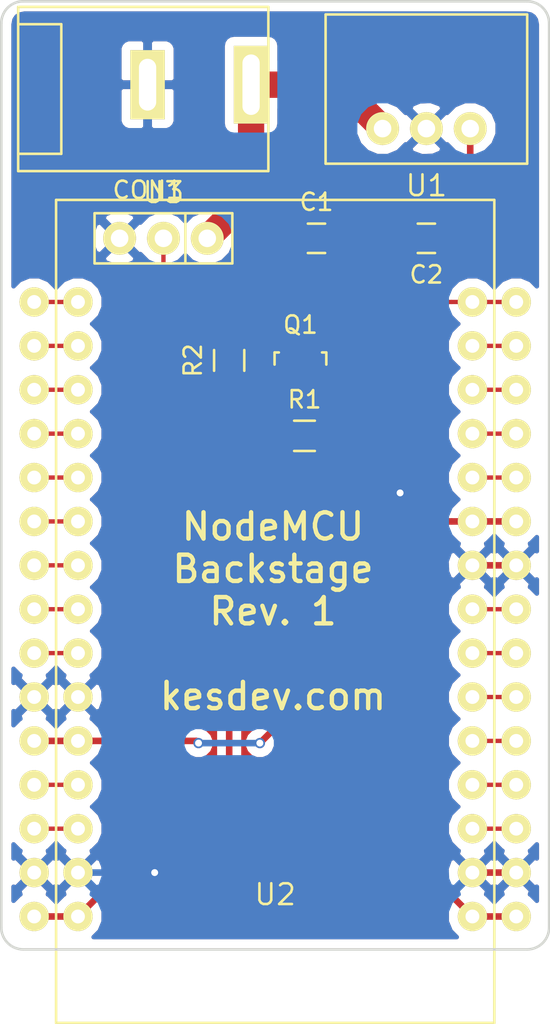
<source format=kicad_pcb>
(kicad_pcb (version 4) (host pcbnew 4.0.1-stable)

  (general
    (links 52)
    (no_connects 0)
    (area 34.976999 28.935 66.877001 90.127501)
    (thickness 1.6)
    (drawings 10)
    (tracks 80)
    (zones 0)
    (modules 9)
    (nets 28)
  )

  (page A4)
  (layers
    (0 F.Cu signal)
    (31 B.Cu signal)
    (32 B.Adhes user)
    (33 F.Adhes user)
    (34 B.Paste user)
    (35 F.Paste user)
    (36 B.SilkS user)
    (37 F.SilkS user)
    (38 B.Mask user)
    (39 F.Mask user)
    (40 Dwgs.User user)
    (41 Cmts.User user)
    (42 Eco1.User user)
    (43 Eco2.User user)
    (44 Edge.Cuts user)
    (45 Margin user)
    (46 B.CrtYd user)
    (47 F.CrtYd user)
    (48 B.Fab user)
    (49 F.Fab user hide)
  )

  (setup
    (last_trace_width 0.25)
    (trace_clearance 0.2)
    (zone_clearance 0.508)
    (zone_45_only no)
    (trace_min 0.2)
    (segment_width 0.2)
    (edge_width 0.15)
    (via_size 0.6)
    (via_drill 0.4)
    (via_min_size 0.4)
    (via_min_drill 0.3)
    (uvia_size 0.3)
    (uvia_drill 0.1)
    (uvias_allowed no)
    (uvia_min_size 0.2)
    (uvia_min_drill 0.1)
    (pcb_text_width 0.3)
    (pcb_text_size 1.5 1.5)
    (mod_edge_width 0.15)
    (mod_text_size 1 1)
    (mod_text_width 0.15)
    (pad_size 1.524 1.524)
    (pad_drill 0.762)
    (pad_to_mask_clearance 0.2)
    (aux_axis_origin 0 0)
    (visible_elements FFFFFF7F)
    (pcbplotparams
      (layerselection 0x010e0_80000001)
      (usegerberextensions false)
      (excludeedgelayer true)
      (linewidth 0.100000)
      (plotframeref false)
      (viasonmask false)
      (mode 1)
      (useauxorigin false)
      (hpglpennumber 1)
      (hpglpenspeed 20)
      (hpglpendiameter 15)
      (hpglpenoverlay 2)
      (psnegative false)
      (psa4output false)
      (plotreference false)
      (plotvalue false)
      (plotinvisibletext false)
      (padsonsilk false)
      (subtractmaskfromsilk false)
      (outputformat 1)
      (mirror false)
      (drillshape 0)
      (scaleselection 1)
      (outputdirectory Outputs/))
  )

  (net 0 "")
  (net 1 GND)
  (net 2 +12V)
  (net 3 +3V3)
  (net 4 "Net-(Q1-Pad2)")
  (net 5 D0_5V)
  (net 6 +5V)
  (net 7 "Net-(U2-Pad1)")
  (net 8 "Net-(U2-Pad29)")
  (net 9 "Net-(U2-Pad2)")
  (net 10 "Net-(U2-Pad28)")
  (net 11 "Net-(U2-Pad3)")
  (net 12 "Net-(U2-Pad27)")
  (net 13 "Net-(U2-Pad4)")
  (net 14 "Net-(U2-Pad26)")
  (net 15 "Net-(U2-Pad5)")
  (net 16 "Net-(U2-Pad6)")
  (net 17 "Net-(U2-Pad7)")
  (net 18 "Net-(U2-Pad23)")
  (net 19 "Net-(U2-Pad8)")
  (net 20 "Net-(U2-Pad22)")
  (net 21 "Net-(U2-Pad9)")
  (net 22 "Net-(U2-Pad21)")
  (net 23 "Net-(U2-Pad20)")
  (net 24 "Net-(U2-Pad19)")
  (net 25 "Net-(U2-Pad12)")
  (net 26 "Net-(U2-Pad18)")
  (net 27 "Net-(U2-Pad13)")

  (net_class Default "This is the default net class."
    (clearance 0.2)
    (trace_width 0.25)
    (via_dia 0.6)
    (via_drill 0.4)
    (uvia_dia 0.3)
    (uvia_drill 0.1)
    (add_net D0_5V)
    (add_net "Net-(Q1-Pad2)")
    (add_net "Net-(U2-Pad1)")
    (add_net "Net-(U2-Pad12)")
    (add_net "Net-(U2-Pad13)")
    (add_net "Net-(U2-Pad18)")
    (add_net "Net-(U2-Pad19)")
    (add_net "Net-(U2-Pad2)")
    (add_net "Net-(U2-Pad20)")
    (add_net "Net-(U2-Pad21)")
    (add_net "Net-(U2-Pad22)")
    (add_net "Net-(U2-Pad23)")
    (add_net "Net-(U2-Pad26)")
    (add_net "Net-(U2-Pad27)")
    (add_net "Net-(U2-Pad28)")
    (add_net "Net-(U2-Pad29)")
    (add_net "Net-(U2-Pad3)")
    (add_net "Net-(U2-Pad4)")
    (add_net "Net-(U2-Pad5)")
    (add_net "Net-(U2-Pad6)")
    (add_net "Net-(U2-Pad7)")
    (add_net "Net-(U2-Pad8)")
    (add_net "Net-(U2-Pad9)")
  )

  (net_class Hi-V ""
    (clearance 0.2)
    (trace_width 1.524)
    (via_dia 0.6)
    (via_drill 0.4)
    (uvia_dia 0.3)
    (uvia_drill 0.1)
    (add_net +12V)
  )

  (net_class Power ""
    (clearance 0.2)
    (trace_width 0.381)
    (via_dia 0.6)
    (via_drill 0.4)
    (uvia_dia 0.3)
    (uvia_drill 0.1)
    (add_net +3V3)
    (add_net +5V)
    (add_net GND)
  )

  (module mplewis:NODEMCU_AMICA_WIDE (layer F.Cu) (tedit 568216CA) (tstamp 5682375B)
    (at 50.8 66.04)
    (path /5681EEDE)
    (fp_text reference U2 (at 0.127 16.383 180) (layer F.SilkS)
      (effects (font (size 1.2 1.2) (thickness 0.15)))
    )
    (fp_text value NODEMCU_AMICA (at 0.127 -16.637) (layer F.Fab)
      (effects (font (size 1.2 1.2) (thickness 0.15)))
    )
    (fp_line (start -12.573 23.8125) (end -12.573 -23.8125) (layer F.SilkS) (width 0.15))
    (fp_line (start 12.827 23.8125) (end -12.573 23.8125) (layer F.SilkS) (width 0.15))
    (fp_line (start 12.827 23.8125) (end 12.827 -23.8125) (layer F.SilkS) (width 0.15))
    (fp_line (start 12.827 -23.8125) (end -12.573 -23.8125) (layer F.SilkS) (width 0.15))
    (pad 30 thru_hole circle (at 11.557 -17.907 270) (size 1.7 1.7) (drill 0.8) (layers *.Cu *.Mask F.SilkS)
      (net 4 "Net-(Q1-Pad2)"))
    (pad 1 thru_hole circle (at -11.303 -17.907 270) (size 1.7 1.7) (drill 0.8) (layers *.Cu *.Mask F.SilkS)
      (net 7 "Net-(U2-Pad1)"))
    (pad 29 thru_hole circle (at 11.557 -15.367 270) (size 1.7 1.7) (drill 0.8) (layers *.Cu *.Mask F.SilkS)
      (net 8 "Net-(U2-Pad29)"))
    (pad 2 thru_hole circle (at -11.303 -15.367 270) (size 1.7 1.7) (drill 0.8) (layers *.Cu *.Mask F.SilkS)
      (net 9 "Net-(U2-Pad2)"))
    (pad 28 thru_hole circle (at 11.557 -12.827 270) (size 1.7 1.7) (drill 0.8) (layers *.Cu *.Mask F.SilkS)
      (net 10 "Net-(U2-Pad28)"))
    (pad 3 thru_hole circle (at -11.303 -12.827 270) (size 1.7 1.7) (drill 0.8) (layers *.Cu *.Mask F.SilkS)
      (net 11 "Net-(U2-Pad3)"))
    (pad 27 thru_hole circle (at 11.557 -10.287 270) (size 1.7 1.7) (drill 0.8) (layers *.Cu *.Mask F.SilkS)
      (net 12 "Net-(U2-Pad27)"))
    (pad 4 thru_hole circle (at -11.303 -10.287 270) (size 1.7 1.7) (drill 0.8) (layers *.Cu *.Mask F.SilkS)
      (net 13 "Net-(U2-Pad4)"))
    (pad 26 thru_hole circle (at 11.557 -7.747 270) (size 1.7 1.7) (drill 0.8) (layers *.Cu *.Mask F.SilkS)
      (net 14 "Net-(U2-Pad26)"))
    (pad 5 thru_hole circle (at -11.303 -7.747 270) (size 1.7 1.7) (drill 0.8) (layers *.Cu *.Mask F.SilkS)
      (net 15 "Net-(U2-Pad5)"))
    (pad 25 thru_hole circle (at 11.557 -5.207 270) (size 1.7 1.7) (drill 0.8) (layers *.Cu *.Mask F.SilkS)
      (net 3 +3V3))
    (pad 6 thru_hole circle (at -11.303 -5.207 270) (size 1.7 1.7) (drill 0.8) (layers *.Cu *.Mask F.SilkS)
      (net 16 "Net-(U2-Pad6)"))
    (pad 24 thru_hole circle (at 11.557 -2.667 270) (size 1.7 1.7) (drill 0.8) (layers *.Cu *.Mask F.SilkS)
      (net 1 GND))
    (pad 7 thru_hole circle (at -11.303 -2.667 270) (size 1.7 1.7) (drill 0.8) (layers *.Cu *.Mask F.SilkS)
      (net 17 "Net-(U2-Pad7)"))
    (pad 23 thru_hole circle (at 11.557 -0.127 270) (size 1.7 1.7) (drill 0.8) (layers *.Cu *.Mask F.SilkS)
      (net 18 "Net-(U2-Pad23)"))
    (pad 8 thru_hole circle (at -11.303 -0.127 270) (size 1.7 1.7) (drill 0.8) (layers *.Cu *.Mask F.SilkS)
      (net 19 "Net-(U2-Pad8)"))
    (pad 22 thru_hole circle (at 11.557 2.413 270) (size 1.7 1.7) (drill 0.8) (layers *.Cu *.Mask F.SilkS)
      (net 20 "Net-(U2-Pad22)"))
    (pad 9 thru_hole circle (at -11.303 2.413 270) (size 1.7 1.7) (drill 0.8) (layers *.Cu *.Mask F.SilkS)
      (net 21 "Net-(U2-Pad9)"))
    (pad 21 thru_hole circle (at 11.557 4.953 270) (size 1.7 1.7) (drill 0.8) (layers *.Cu *.Mask F.SilkS)
      (net 22 "Net-(U2-Pad21)"))
    (pad 10 thru_hole circle (at -11.303 4.953 270) (size 1.7 1.7) (drill 0.8) (layers *.Cu *.Mask F.SilkS)
      (net 1 GND))
    (pad 20 thru_hole circle (at 11.557 7.493 270) (size 1.7 1.7) (drill 0.8) (layers *.Cu *.Mask F.SilkS)
      (net 23 "Net-(U2-Pad20)"))
    (pad 11 thru_hole circle (at -11.303 7.493 270) (size 1.7 1.7) (drill 0.8) (layers *.Cu *.Mask F.SilkS)
      (net 3 +3V3))
    (pad 19 thru_hole circle (at 11.557 10.033 270) (size 1.7 1.7) (drill 0.8) (layers *.Cu *.Mask F.SilkS)
      (net 24 "Net-(U2-Pad19)"))
    (pad 12 thru_hole circle (at -11.303 10.033 270) (size 1.7 1.7) (drill 0.8) (layers *.Cu *.Mask F.SilkS)
      (net 25 "Net-(U2-Pad12)"))
    (pad 18 thru_hole circle (at 11.557 12.573 270) (size 1.7 1.7) (drill 0.8) (layers *.Cu *.Mask F.SilkS)
      (net 26 "Net-(U2-Pad18)"))
    (pad 13 thru_hole circle (at -11.303 12.573 270) (size 1.7 1.7) (drill 0.8) (layers *.Cu *.Mask F.SilkS)
      (net 27 "Net-(U2-Pad13)"))
    (pad 17 thru_hole circle (at 11.557 15.113 270) (size 1.7 1.7) (drill 0.8) (layers *.Cu *.Mask F.SilkS)
      (net 1 GND))
    (pad 14 thru_hole circle (at -11.303 15.113 270) (size 1.7 1.7) (drill 0.8) (layers *.Cu *.Mask F.SilkS)
      (net 1 GND))
    (pad 16 thru_hole circle (at 11.557 17.653 270) (size 1.7 1.7) (drill 0.8) (layers *.Cu *.Mask F.SilkS)
      (net 3 +3V3))
    (pad 15 thru_hole circle (at -11.303 17.653 270) (size 1.7 1.7) (drill 0.8) (layers *.Cu *.Mask F.SilkS)
      (net 6 +5V))
    (pad 9 thru_hole circle (at -13.843 2.413 270) (size 1.7 1.7) (drill 0.8) (layers *.Cu *.Mask F.SilkS)
      (net 21 "Net-(U2-Pad9)"))
    (pad 10 thru_hole circle (at -13.843 4.953 270) (size 1.7 1.7) (drill 0.8) (layers *.Cu *.Mask F.SilkS)
      (net 1 GND))
    (pad 13 thru_hole circle (at -13.843 12.573 270) (size 1.7 1.7) (drill 0.8) (layers *.Cu *.Mask F.SilkS)
      (net 27 "Net-(U2-Pad13)"))
    (pad 11 thru_hole circle (at -13.843 7.493 270) (size 1.7 1.7) (drill 0.8) (layers *.Cu *.Mask F.SilkS)
      (net 3 +3V3))
    (pad 12 thru_hole circle (at -13.843 10.033 270) (size 1.7 1.7) (drill 0.8) (layers *.Cu *.Mask F.SilkS)
      (net 25 "Net-(U2-Pad12)"))
    (pad 6 thru_hole circle (at -13.843 -5.207 270) (size 1.7 1.7) (drill 0.8) (layers *.Cu *.Mask F.SilkS)
      (net 16 "Net-(U2-Pad6)"))
    (pad 8 thru_hole circle (at -13.843 -0.127 270) (size 1.7 1.7) (drill 0.8) (layers *.Cu *.Mask F.SilkS)
      (net 19 "Net-(U2-Pad8)"))
    (pad 7 thru_hole circle (at -13.843 -2.667 270) (size 1.7 1.7) (drill 0.8) (layers *.Cu *.Mask F.SilkS)
      (net 17 "Net-(U2-Pad7)"))
    (pad 14 thru_hole circle (at -13.843 15.113 270) (size 1.7 1.7) (drill 0.8) (layers *.Cu *.Mask F.SilkS)
      (net 1 GND))
    (pad 15 thru_hole circle (at -13.843 17.653 270) (size 1.7 1.7) (drill 0.8) (layers *.Cu *.Mask F.SilkS)
      (net 6 +5V))
    (pad 2 thru_hole circle (at -13.843 -15.367 270) (size 1.7 1.7) (drill 0.8) (layers *.Cu *.Mask F.SilkS)
      (net 9 "Net-(U2-Pad2)"))
    (pad 5 thru_hole circle (at -13.843 -7.747 270) (size 1.7 1.7) (drill 0.8) (layers *.Cu *.Mask F.SilkS)
      (net 15 "Net-(U2-Pad5)"))
    (pad 3 thru_hole circle (at -13.843 -12.827 270) (size 1.7 1.7) (drill 0.8) (layers *.Cu *.Mask F.SilkS)
      (net 11 "Net-(U2-Pad3)"))
    (pad 4 thru_hole circle (at -13.843 -10.287 270) (size 1.7 1.7) (drill 0.8) (layers *.Cu *.Mask F.SilkS)
      (net 13 "Net-(U2-Pad4)"))
    (pad 1 thru_hole circle (at -13.843 -17.907 270) (size 1.7 1.7) (drill 0.8) (layers *.Cu *.Mask F.SilkS)
      (net 7 "Net-(U2-Pad1)"))
    (pad 21 thru_hole circle (at 14.097 4.953 270) (size 1.7 1.7) (drill 0.8) (layers *.Cu *.Mask F.SilkS)
      (net 22 "Net-(U2-Pad21)"))
    (pad 22 thru_hole circle (at 14.097 2.413 270) (size 1.7 1.7) (drill 0.8) (layers *.Cu *.Mask F.SilkS)
      (net 20 "Net-(U2-Pad22)"))
    (pad 23 thru_hole circle (at 14.097 -0.127 270) (size 1.7 1.7) (drill 0.8) (layers *.Cu *.Mask F.SilkS)
      (net 18 "Net-(U2-Pad23)"))
    (pad 24 thru_hole circle (at 14.097 -2.667 270) (size 1.7 1.7) (drill 0.8) (layers *.Cu *.Mask F.SilkS)
      (net 1 GND))
    (pad 18 thru_hole circle (at 14.097 12.573 270) (size 1.7 1.7) (drill 0.8) (layers *.Cu *.Mask F.SilkS)
      (net 26 "Net-(U2-Pad18)"))
    (pad 20 thru_hole circle (at 14.097 7.493 270) (size 1.7 1.7) (drill 0.8) (layers *.Cu *.Mask F.SilkS)
      (net 23 "Net-(U2-Pad20)"))
    (pad 17 thru_hole circle (at 14.097 15.113 270) (size 1.7 1.7) (drill 0.8) (layers *.Cu *.Mask F.SilkS)
      (net 1 GND))
    (pad 19 thru_hole circle (at 14.097 10.033 270) (size 1.7 1.7) (drill 0.8) (layers *.Cu *.Mask F.SilkS)
      (net 24 "Net-(U2-Pad19)"))
    (pad 16 thru_hole circle (at 14.097 17.653 270) (size 1.7 1.7) (drill 0.8) (layers *.Cu *.Mask F.SilkS)
      (net 3 +3V3))
    (pad 28 thru_hole circle (at 14.097 -12.827 270) (size 1.7 1.7) (drill 0.8) (layers *.Cu *.Mask F.SilkS)
      (net 10 "Net-(U2-Pad28)"))
    (pad 27 thru_hole circle (at 14.097 -10.287 270) (size 1.7 1.7) (drill 0.8) (layers *.Cu *.Mask F.SilkS)
      (net 12 "Net-(U2-Pad27)"))
    (pad 26 thru_hole circle (at 14.097 -7.747 270) (size 1.7 1.7) (drill 0.8) (layers *.Cu *.Mask F.SilkS)
      (net 14 "Net-(U2-Pad26)"))
    (pad 25 thru_hole circle (at 14.097 -5.207 270) (size 1.7 1.7) (drill 0.8) (layers *.Cu *.Mask F.SilkS)
      (net 3 +3V3))
    (pad 29 thru_hole circle (at 14.097 -15.367 270) (size 1.7 1.7) (drill 0.8) (layers *.Cu *.Mask F.SilkS)
      (net 8 "Net-(U2-Pad29)"))
    (pad 30 thru_hole circle (at 14.097 -17.907 270) (size 1.7 1.7) (drill 0.8) (layers *.Cu *.Mask F.SilkS)
      (net 4 "Net-(Q1-Pad2)"))
  )

  (module mplewis:PJ-037A (layer F.Cu) (tedit 56820DE8) (tstamp 568227B8)
    (at 43.53 35.56)
    (path /5681EF84)
    (fp_text reference CON1 (at 0 6.096) (layer F.SilkS)
      (effects (font (size 1 1) (thickness 0.15)))
    )
    (fp_text value BARREL_JACK_NO_SW (at 0 -5.5) (layer F.Fab)
      (effects (font (size 1 1) (thickness 0.15)))
    )
    (fp_line (start -7.5 -3.5) (end -5 -3.5) (layer F.SilkS) (width 0.15))
    (fp_line (start -5 -3.5) (end -5 4) (layer F.SilkS) (width 0.15))
    (fp_line (start -5 4) (end -7.5 4) (layer F.SilkS) (width 0.15))
    (fp_line (start -7.5 5) (end -7.5 -4.5) (layer F.SilkS) (width 0.15))
    (fp_line (start 7 5) (end -7.5 5) (layer F.SilkS) (width 0.15))
    (fp_line (start 7 -4.5) (end 7 5) (layer F.SilkS) (width 0.15))
    (fp_line (start -7.5 -4.5) (end 7 -4.5) (layer F.SilkS) (width 0.15))
    (pad 2 thru_hole rect (at 0 0) (size 2 4) (drill oval 1 3) (layers *.Cu *.Mask F.SilkS)
      (net 1 GND))
    (pad 1 thru_hole rect (at 6 0) (size 2 4.5) (drill oval 1 3.5) (layers *.Cu *.Mask F.SilkS)
      (net 2 +12V))
  )

  (module SOT-23 (layer F.Cu) (tedit 553634F8) (tstamp 568227C8)
    (at 52.39 51.70424)
    (descr "SOT-23, Standard")
    (tags SOT-23)
    (path /5682179E)
    (attr smd)
    (fp_text reference Q1 (at 0 -2.25) (layer F.SilkS)
      (effects (font (size 1 1) (thickness 0.15)))
    )
    (fp_text value BSS138 (at 0 2.3) (layer F.Fab)
      (effects (font (size 1 1) (thickness 0.15)))
    )
    (fp_line (start -1.65 -1.6) (end 1.65 -1.6) (layer F.CrtYd) (width 0.05))
    (fp_line (start 1.65 -1.6) (end 1.65 1.6) (layer F.CrtYd) (width 0.05))
    (fp_line (start 1.65 1.6) (end -1.65 1.6) (layer F.CrtYd) (width 0.05))
    (fp_line (start -1.65 1.6) (end -1.65 -1.6) (layer F.CrtYd) (width 0.05))
    (fp_line (start 1.29916 -0.65024) (end 1.2509 -0.65024) (layer F.SilkS) (width 0.15))
    (fp_line (start -1.49982 0.0508) (end -1.49982 -0.65024) (layer F.SilkS) (width 0.15))
    (fp_line (start -1.49982 -0.65024) (end -1.2509 -0.65024) (layer F.SilkS) (width 0.15))
    (fp_line (start 1.29916 -0.65024) (end 1.49982 -0.65024) (layer F.SilkS) (width 0.15))
    (fp_line (start 1.49982 -0.65024) (end 1.49982 0.0508) (layer F.SilkS) (width 0.15))
    (pad 1 smd rect (at -0.95 1.00076) (size 0.8001 0.8001) (layers F.Cu F.Paste F.Mask)
      (net 3 +3V3))
    (pad 2 smd rect (at 0.95 1.00076) (size 0.8001 0.8001) (layers F.Cu F.Paste F.Mask)
      (net 4 "Net-(Q1-Pad2)"))
    (pad 3 smd rect (at 0 -0.99822) (size 0.8001 0.8001) (layers F.Cu F.Paste F.Mask)
      (net 5 D0_5V))
    (model TO_SOT_Packages_SMD.3dshapes/SOT-23.wrl
      (at (xyz 0 0 0))
      (scale (xyz 1 1 1))
      (rotate (xyz 0 0 0))
    )
  )

  (module mplewis:R-78E5.0-0.5 (layer F.Cu) (tedit 568207B9) (tstamp 568227EB)
    (at 59.69 40.132)
    (path /56821530)
    (fp_text reference U1 (at 0 1.27) (layer F.SilkS)
      (effects (font (size 1.2 1.2) (thickness 0.15)))
    )
    (fp_text value R-78E5.0-0.5 (at 0 -9.652) (layer F.Fab)
      (effects (font (size 1.2 1.2) (thickness 0.15)))
    )
    (fp_line (start 5.842 0) (end -5.842 0) (layer F.SilkS) (width 0.15))
    (fp_line (start 5.842 -8.636) (end 5.842 0) (layer F.SilkS) (width 0.15))
    (fp_line (start -5.842 -8.636) (end 5.842 -8.636) (layer F.SilkS) (width 0.15))
    (fp_line (start -5.842 0) (end -5.842 -8.636) (layer F.SilkS) (width 0.15))
    (pad 1 thru_hole circle (at -2.54 -2.032) (size 1.905 1.905) (drill 1.016) (layers *.Cu *.Mask F.SilkS)
      (net 2 +12V))
    (pad 2 thru_hole circle (at 0 -2.032) (size 1.905 1.905) (drill 1.016) (layers *.Cu *.Mask F.SilkS)
      (net 1 GND))
    (pad 3 thru_hole circle (at 2.54 -2.032) (size 1.905 1.905) (drill 1.016) (layers *.Cu *.Mask F.SilkS)
      (net 6 +5V))
  )

  (module mplewis:SIP-3 (layer F.Cu) (tedit 0) (tstamp 56822A22)
    (at 44.45 44.45 180)
    (path /568212E1)
    (fp_text reference U3 (at 0 2.6525 180) (layer F.SilkS)
      (effects (font (size 1.2 1.2) (thickness 0.15)))
    )
    (fp_text value HEADER_WS2812 (at 0 -2.6525 180) (layer F.Fab)
      (effects (font (size 1.2 1.2) (thickness 0.15)))
    )
    (fp_line (start -3.9925 -1.4525) (end 3.9925 -1.4525) (layer F.SilkS) (width 0.15))
    (fp_line (start 3.9925 -1.4525) (end 3.9925 1.4525) (layer F.SilkS) (width 0.15))
    (fp_line (start 3.9925 1.4525) (end -3.9925 1.4525) (layer F.SilkS) (width 0.15))
    (fp_line (start -3.9925 1.4525) (end -3.9925 -1.4525) (layer F.SilkS) (width 0.15))
    (fp_line (start -1.27 -1.4525) (end -1.27 1.4525) (layer F.SilkS) (width 0.15))
    (pad 1 thru_hole circle (at -2.54 0 180) (size 1.905 1.905) (drill 1.016) (layers *.Cu *.Mask F.SilkS)
      (net 2 +12V))
    (pad 2 thru_hole circle (at 0 0 180) (size 1.905 1.905) (drill 1.016) (layers *.Cu *.Mask F.SilkS)
      (net 5 D0_5V))
    (pad 3 thru_hole circle (at 2.54 0 180) (size 1.905 1.905) (drill 1.016) (layers *.Cu *.Mask F.SilkS)
      (net 1 GND))
  )

  (module Capacitors_SMD:C_0805_HandSoldering (layer F.Cu) (tedit 541A9B8D) (tstamp 56822DF5)
    (at 53.32 44.45)
    (descr "Capacitor SMD 0805, hand soldering")
    (tags "capacitor 0805")
    (path /568215F3)
    (attr smd)
    (fp_text reference C1 (at 0 -2.1) (layer F.SilkS)
      (effects (font (size 1 1) (thickness 0.15)))
    )
    (fp_text value 10µF (at 0 2.1) (layer F.Fab)
      (effects (font (size 1 1) (thickness 0.15)))
    )
    (fp_line (start -2.3 -1) (end 2.3 -1) (layer F.CrtYd) (width 0.05))
    (fp_line (start -2.3 1) (end 2.3 1) (layer F.CrtYd) (width 0.05))
    (fp_line (start -2.3 -1) (end -2.3 1) (layer F.CrtYd) (width 0.05))
    (fp_line (start 2.3 -1) (end 2.3 1) (layer F.CrtYd) (width 0.05))
    (fp_line (start 0.5 -0.85) (end -0.5 -0.85) (layer F.SilkS) (width 0.15))
    (fp_line (start -0.5 0.85) (end 0.5 0.85) (layer F.SilkS) (width 0.15))
    (pad 1 smd rect (at -1.25 0) (size 1.5 1.25) (layers F.Cu F.Paste F.Mask)
      (net 2 +12V))
    (pad 2 smd rect (at 1.25 0) (size 1.5 1.25) (layers F.Cu F.Paste F.Mask)
      (net 1 GND))
    (model Capacitors_SMD.3dshapes/C_0805_HandSoldering.wrl
      (at (xyz 0 0 0))
      (scale (xyz 1 1 1))
      (rotate (xyz 0 0 0))
    )
  )

  (module Capacitors_SMD:C_0805_HandSoldering (layer F.Cu) (tedit 541A9B8D) (tstamp 56822DFB)
    (at 59.69 44.45 180)
    (descr "Capacitor SMD 0805, hand soldering")
    (tags "capacitor 0805")
    (path /56821646)
    (attr smd)
    (fp_text reference C2 (at 0 -2.1 180) (layer F.SilkS)
      (effects (font (size 1 1) (thickness 0.15)))
    )
    (fp_text value 10µF (at 0 2.1 180) (layer F.Fab)
      (effects (font (size 1 1) (thickness 0.15)))
    )
    (fp_line (start -2.3 -1) (end 2.3 -1) (layer F.CrtYd) (width 0.05))
    (fp_line (start -2.3 1) (end 2.3 1) (layer F.CrtYd) (width 0.05))
    (fp_line (start -2.3 -1) (end -2.3 1) (layer F.CrtYd) (width 0.05))
    (fp_line (start 2.3 -1) (end 2.3 1) (layer F.CrtYd) (width 0.05))
    (fp_line (start 0.5 -0.85) (end -0.5 -0.85) (layer F.SilkS) (width 0.15))
    (fp_line (start -0.5 0.85) (end 0.5 0.85) (layer F.SilkS) (width 0.15))
    (pad 1 smd rect (at -1.25 0 180) (size 1.5 1.25) (layers F.Cu F.Paste F.Mask)
      (net 6 +5V))
    (pad 2 smd rect (at 1.25 0 180) (size 1.5 1.25) (layers F.Cu F.Paste F.Mask)
      (net 1 GND))
    (model Capacitors_SMD.3dshapes/C_0805_HandSoldering.wrl
      (at (xyz 0 0 0))
      (scale (xyz 1 1 1))
      (rotate (xyz 0 0 0))
    )
  )

  (module Resistors_SMD:R_0805_HandSoldering (layer F.Cu) (tedit 54189DEE) (tstamp 56822E28)
    (at 52.625 55.88)
    (descr "Resistor SMD 0805, hand soldering")
    (tags "resistor 0805")
    (path /56821D8A)
    (attr smd)
    (fp_text reference R1 (at 0 -2.1) (layer F.SilkS)
      (effects (font (size 1 1) (thickness 0.15)))
    )
    (fp_text value 10K (at 0 2.1) (layer F.Fab)
      (effects (font (size 1 1) (thickness 0.15)))
    )
    (fp_line (start -2.4 -1) (end 2.4 -1) (layer F.CrtYd) (width 0.05))
    (fp_line (start -2.4 1) (end 2.4 1) (layer F.CrtYd) (width 0.05))
    (fp_line (start -2.4 -1) (end -2.4 1) (layer F.CrtYd) (width 0.05))
    (fp_line (start 2.4 -1) (end 2.4 1) (layer F.CrtYd) (width 0.05))
    (fp_line (start 0.6 0.875) (end -0.6 0.875) (layer F.SilkS) (width 0.15))
    (fp_line (start -0.6 -0.875) (end 0.6 -0.875) (layer F.SilkS) (width 0.15))
    (pad 1 smd rect (at -1.35 0) (size 1.5 1.3) (layers F.Cu F.Paste F.Mask)
      (net 3 +3V3))
    (pad 2 smd rect (at 1.35 0) (size 1.5 1.3) (layers F.Cu F.Paste F.Mask)
      (net 4 "Net-(Q1-Pad2)"))
    (model Resistors_SMD.3dshapes/R_0805_HandSoldering.wrl
      (at (xyz 0 0 0))
      (scale (xyz 1 1 1))
      (rotate (xyz 0 0 0))
    )
  )

  (module Resistors_SMD:R_0805_HandSoldering (layer F.Cu) (tedit 54189DEE) (tstamp 56822E33)
    (at 48.26 51.515 90)
    (descr "Resistor SMD 0805, hand soldering")
    (tags "resistor 0805")
    (path /56821E22)
    (attr smd)
    (fp_text reference R2 (at 0 -2.1 90) (layer F.SilkS)
      (effects (font (size 1 1) (thickness 0.15)))
    )
    (fp_text value 10K (at 0 2.1 90) (layer F.Fab)
      (effects (font (size 1 1) (thickness 0.15)))
    )
    (fp_line (start -2.4 -1) (end 2.4 -1) (layer F.CrtYd) (width 0.05))
    (fp_line (start -2.4 1) (end 2.4 1) (layer F.CrtYd) (width 0.05))
    (fp_line (start -2.4 -1) (end -2.4 1) (layer F.CrtYd) (width 0.05))
    (fp_line (start 2.4 -1) (end 2.4 1) (layer F.CrtYd) (width 0.05))
    (fp_line (start 0.6 0.875) (end -0.6 0.875) (layer F.SilkS) (width 0.15))
    (fp_line (start -0.6 -0.875) (end 0.6 -0.875) (layer F.SilkS) (width 0.15))
    (pad 1 smd rect (at -1.35 0 90) (size 1.5 1.3) (layers F.Cu F.Paste F.Mask)
      (net 6 +5V))
    (pad 2 smd rect (at 1.35 0 90) (size 1.5 1.3) (layers F.Cu F.Paste F.Mask)
      (net 5 D0_5V))
    (model Resistors_SMD.3dshapes/R_0805_HandSoldering.wrl
      (at (xyz 0 0 0))
      (scale (xyz 1 1 1))
      (rotate (xyz 0 0 0))
    )
  )

  (gr_line (start 65.532 30.734) (end 36.322 30.734) (layer Edge.Cuts) (width 0.15))
  (gr_line (start 66.802 84.328) (end 66.802 32.004) (layer Edge.Cuts) (width 0.15))
  (gr_line (start 36.322 85.598) (end 65.532 85.598) (layer Edge.Cuts) (width 0.15))
  (gr_line (start 35.052 32.004) (end 35.052 84.328) (layer Edge.Cuts) (width 0.15))
  (gr_arc (start 36.322 84.328) (end 36.322 85.598) (angle 90) (layer Edge.Cuts) (width 0.15))
  (gr_arc (start 65.532 84.328) (end 66.802 84.328) (angle 90) (layer Edge.Cuts) (width 0.15))
  (gr_arc (start 36.322 32.004) (end 35.052 32.004) (angle 90) (layer Edge.Cuts) (width 0.15))
  (gr_arc (start 65.532 32.004) (end 65.532 30.734) (angle 90) (layer Edge.Cuts) (width 0.15))
  (gr_text 20151229 (at 50.8 82.55) (layer F.Cu)
    (effects (font (size 1.5 1.5) (thickness 0.3)))
  )
  (gr_text "NodeMCU\nBackstage\nRev. 1\n\nkesdev.com" (at 50.8 66.04) (layer F.SilkS)
    (effects (font (thickness 0.254)))
  )

  (segment (start 39.497 81.153) (end 43.942 81.153) (width 0.381) (layer B.Cu) (net 1))
  (via (at 43.942 81.153) (size 0.6) (drill 0.4) (layers F.Cu B.Cu) (net 1))
  (segment (start 62.357 63.373) (end 58.166 59.182) (width 0.381) (layer B.Cu) (net 1))
  (via (at 58.166 59.182) (size 0.6) (drill 0.4) (layers F.Cu B.Cu) (net 1))
  (segment (start 62.357 81.153) (end 64.897 81.153) (width 0.381) (layer F.Cu) (net 1))
  (segment (start 62.357 63.373) (end 64.897 63.373) (width 0.381) (layer F.Cu) (net 1))
  (segment (start 49.53 35.56) (end 54.61 35.56) (width 1.524) (layer F.Cu) (net 2))
  (segment (start 54.61 35.56) (end 57.15 38.1) (width 1.524) (layer F.Cu) (net 2))
  (segment (start 49.53 41.91) (end 52.07 44.45) (width 1.524) (layer F.Cu) (net 2))
  (segment (start 49.53 35.56) (end 49.53 41.91) (width 1.524) (layer F.Cu) (net 2))
  (segment (start 49.53 41.91) (end 46.99 44.45) (width 1.524) (layer F.Cu) (net 2))
  (segment (start 51.275 72.611) (end 51.275 72.39) (width 0.381) (layer F.Cu) (net 3))
  (segment (start 51.275 72.39) (end 51.275 55.88) (width 0.381) (layer F.Cu) (net 3))
  (segment (start 50.038 73.66) (end 51.275 72.423) (width 0.381) (layer F.Cu) (net 3))
  (segment (start 51.275 72.423) (end 51.275 72.39) (width 0.381) (layer F.Cu) (net 3))
  (segment (start 46.482 73.66) (end 50.038 73.66) (width 0.381) (layer B.Cu) (net 3))
  (via (at 50.038 73.66) (size 0.6) (drill 0.4) (layers F.Cu B.Cu) (net 3))
  (segment (start 39.497 73.533) (end 46.355 73.533) (width 0.381) (layer F.Cu) (net 3))
  (segment (start 46.355 73.533) (end 46.482 73.66) (width 0.381) (layer F.Cu) (net 3))
  (via (at 46.482 73.66) (size 0.6) (drill 0.4) (layers F.Cu B.Cu) (net 3))
  (segment (start 51.275 55.88) (end 51.375 55.88) (width 0.381) (layer F.Cu) (net 3))
  (segment (start 51.375 55.88) (end 56.328 60.833) (width 0.381) (layer F.Cu) (net 3))
  (segment (start 56.328 60.833) (end 61.154919 60.833) (width 0.381) (layer F.Cu) (net 3))
  (segment (start 61.154919 60.833) (end 62.357 60.833) (width 0.381) (layer F.Cu) (net 3))
  (segment (start 62.357 83.693) (end 51.275 72.611) (width 0.381) (layer F.Cu) (net 3))
  (segment (start 64.897 83.693) (end 62.357 83.693) (width 0.381) (layer F.Cu) (net 3))
  (segment (start 39.497 73.533) (end 36.957 73.533) (width 0.381) (layer F.Cu) (net 3))
  (segment (start 64.897 60.833) (end 62.357 60.833) (width 0.381) (layer F.Cu) (net 3))
  (segment (start 51.44 52.705) (end 51.44 55.715) (width 0.381) (layer F.Cu) (net 3))
  (segment (start 51.44 55.715) (end 51.275 55.88) (width 0.381) (layer F.Cu) (net 3))
  (segment (start 62.357 48.133) (end 64.897 48.133) (width 0.25) (layer F.Cu) (net 4))
  (segment (start 53.34 52.705) (end 53.34 52.05495) (width 0.25) (layer F.Cu) (net 4))
  (segment (start 53.34 52.05495) (end 57.26195 48.133) (width 0.25) (layer F.Cu) (net 4))
  (segment (start 57.26195 48.133) (end 61.154919 48.133) (width 0.25) (layer F.Cu) (net 4))
  (segment (start 61.154919 48.133) (end 62.357 48.133) (width 0.25) (layer F.Cu) (net 4))
  (segment (start 53.975 55.88) (end 53.975 53.34) (width 0.25) (layer F.Cu) (net 4))
  (segment (start 53.975 53.34) (end 53.34 52.705) (width 0.25) (layer F.Cu) (net 4))
  (segment (start 44.45 44.45) (end 44.45 47.255) (width 0.25) (layer F.Cu) (net 5))
  (segment (start 44.45 47.255) (end 47.36 50.165) (width 0.25) (layer F.Cu) (net 5))
  (segment (start 47.36 50.165) (end 48.26 50.165) (width 0.25) (layer F.Cu) (net 5))
  (segment (start 48.26 50.165) (end 51.84898 50.165) (width 0.25) (layer F.Cu) (net 5))
  (segment (start 51.84898 50.165) (end 52.39 50.70602) (width 0.25) (layer F.Cu) (net 5))
  (segment (start 48.26 52.865) (end 48.26 74.93) (width 0.381) (layer F.Cu) (net 6))
  (segment (start 48.26 74.93) (end 39.497 83.693) (width 0.381) (layer F.Cu) (net 6))
  (segment (start 60.94 44.45) (end 60.815 44.45) (width 0.381) (layer F.Cu) (net 6))
  (segment (start 60.815 44.45) (end 57.64751 47.61749) (width 0.381) (layer F.Cu) (net 6))
  (segment (start 57.64751 47.61749) (end 56.981532 47.61749) (width 0.381) (layer F.Cu) (net 6))
  (segment (start 56.981532 47.61749) (end 52.684573 51.914449) (width 0.381) (layer F.Cu) (net 6))
  (segment (start 52.684573 51.914449) (end 50.241551 51.914449) (width 0.381) (layer F.Cu) (net 6))
  (segment (start 50.241551 51.914449) (end 49.291 52.865) (width 0.381) (layer F.Cu) (net 6))
  (segment (start 49.291 52.865) (end 48.26 52.865) (width 0.381) (layer F.Cu) (net 6))
  (segment (start 48.26 52.765) (end 48.26 52.865) (width 0.381) (layer F.Cu) (net 6))
  (segment (start 39.497 83.693) (end 36.957 83.693) (width 0.381) (layer F.Cu) (net 6))
  (segment (start 39.518 83.693) (end 39.497 83.693) (width 0.381) (layer F.Cu) (net 6))
  (segment (start 62.23 38.1) (end 62.23 43.285) (width 0.381) (layer F.Cu) (net 6))
  (segment (start 62.23 43.285) (end 61.065 44.45) (width 0.381) (layer F.Cu) (net 6))
  (segment (start 61.065 44.45) (end 60.94 44.45) (width 0.381) (layer F.Cu) (net 6))
  (segment (start 39.497 48.133) (end 36.957 48.133) (width 0.25) (layer F.Cu) (net 7))
  (segment (start 64.897 50.673) (end 62.357 50.673) (width 0.25) (layer F.Cu) (net 8))
  (segment (start 39.497 50.673) (end 36.957 50.673) (width 0.25) (layer F.Cu) (net 9))
  (segment (start 62.357 53.213) (end 64.897 53.213) (width 0.25) (layer F.Cu) (net 10))
  (segment (start 36.957 53.213) (end 39.497 53.213) (width 0.25) (layer F.Cu) (net 11))
  (segment (start 64.897 55.753) (end 62.357 55.753) (width 0.25) (layer F.Cu) (net 12))
  (segment (start 39.497 55.753) (end 36.957 55.753) (width 0.25) (layer F.Cu) (net 13))
  (segment (start 62.357 58.293) (end 64.897 58.293) (width 0.25) (layer F.Cu) (net 14))
  (segment (start 36.957 58.293) (end 39.497 58.293) (width 0.25) (layer F.Cu) (net 15))
  (segment (start 39.497 60.833) (end 38.294919 60.833) (width 0.25) (layer F.Cu) (net 16))
  (segment (start 38.294919 60.833) (end 36.957 60.833) (width 0.25) (layer F.Cu) (net 16))
  (segment (start 36.957 63.373) (end 39.497 63.373) (width 0.25) (layer F.Cu) (net 17))
  (segment (start 64.897 65.913) (end 62.357 65.913) (width 0.25) (layer F.Cu) (net 18))
  (segment (start 39.497 65.913) (end 36.957 65.913) (width 0.25) (layer F.Cu) (net 19))
  (segment (start 62.357 68.453) (end 64.897 68.453) (width 0.25) (layer F.Cu) (net 20))
  (segment (start 36.957 68.453) (end 39.497 68.453) (width 0.25) (layer F.Cu) (net 21))
  (segment (start 64.897 70.993) (end 62.357 70.993) (width 0.25) (layer F.Cu) (net 22))
  (segment (start 62.357 73.533) (end 64.897 73.533) (width 0.25) (layer F.Cu) (net 23))
  (segment (start 64.897 76.073) (end 62.357 76.073) (width 0.25) (layer F.Cu) (net 24))
  (segment (start 36.957 76.073) (end 39.497 76.073) (width 0.25) (layer F.Cu) (net 25))
  (segment (start 62.357 78.613) (end 64.096002 78.613) (width 0.25) (layer F.Cu) (net 26))
  (segment (start 64.096002 78.613) (end 64.897 78.613) (width 0.25) (layer F.Cu) (net 26))
  (segment (start 36.957 78.613) (end 39.497 78.613) (width 0.25) (layer F.Cu) (net 27))

  (zone (net 1) (net_name GND) (layer F.Cu) (tstamp 0) (hatch edge 0.508)
    (connect_pads (clearance 0.508))
    (min_thickness 0.254)
    (fill yes (arc_segments 16) (thermal_gap 0.508) (thermal_bridge_width 0.508))
    (polygon
      (pts
        (xy 35.052 30.734) (xy 66.802 30.734) (xy 66.802 85.598) (xy 35.052 85.598)
      )
    )
    (filled_polygon
      (pts
        (xy 50.39251 53.10505) (xy 50.436788 53.340367) (xy 50.57586 53.556491) (xy 50.6145 53.582893) (xy 50.6145 54.58256)
        (xy 50.525 54.58256) (xy 50.289683 54.626838) (xy 50.073559 54.76591) (xy 49.928569 54.97811) (xy 49.87756 55.23)
        (xy 49.87756 56.53) (xy 49.921838 56.765317) (xy 50.06091 56.981441) (xy 50.27311 57.126431) (xy 50.4495 57.162151)
        (xy 50.4495 72.081066) (xy 49.77256 72.758006) (xy 49.509057 72.866883) (xy 49.245808 73.129673) (xy 49.103162 73.473201)
        (xy 49.102838 73.845167) (xy 49.244883 74.188943) (xy 49.507673 74.452192) (xy 49.851201 74.594838) (xy 50.223167 74.595162)
        (xy 50.566943 74.453117) (xy 50.830192 74.190327) (xy 50.940318 73.925116) (xy 51.181 73.684434) (xy 60.87831 83.381743)
        (xy 60.872258 83.396319) (xy 60.871743 83.987089) (xy 61.097344 84.533086) (xy 61.451639 84.888) (xy 40.401855 84.888)
        (xy 40.755188 84.535283) (xy 40.981742 83.989681) (xy 40.982257 83.398911) (xy 40.975318 83.382116) (xy 43.942433 80.415)
        (xy 44.300716 80.415) (xy 44.300716 84.385) (xy 57.299284 84.385) (xy 57.299284 80.415) (xy 44.300716 80.415)
        (xy 43.942433 80.415) (xy 48.843714 75.513719) (xy 48.843717 75.513717) (xy 49.022663 75.245905) (xy 49.0855 74.93)
        (xy 49.0855 54.229417) (xy 49.145317 54.218162) (xy 49.361441 54.07909) (xy 49.506431 53.86689) (xy 49.552692 53.638447)
        (xy 49.606906 53.627663) (xy 49.874717 53.448717) (xy 50.39251 52.930924)
      )
    )
    (filled_polygon
      (pts
        (xy 65.740979 31.499478) (xy 65.918145 31.617856) (xy 66.036521 31.795019) (xy 66.092 32.073931) (xy 66.092 47.228145)
        (xy 65.739283 46.874812) (xy 65.193681 46.648258) (xy 64.602911 46.647743) (xy 64.056914 46.873344) (xy 63.638812 47.290717)
        (xy 63.627252 47.318557) (xy 63.616656 47.292914) (xy 63.199283 46.874812) (xy 62.653681 46.648258) (xy 62.062911 46.647743)
        (xy 61.516914 46.873344) (xy 61.098812 47.290717) (xy 61.064645 47.373) (xy 59.059434 47.373) (xy 60.709993 45.72244)
        (xy 61.69 45.72244) (xy 61.925317 45.678162) (xy 62.141441 45.53909) (xy 62.286431 45.32689) (xy 62.33744 45.075)
        (xy 62.33744 44.344994) (xy 62.813717 43.868717) (xy 62.992663 43.600905) (xy 63.055501 43.285) (xy 63.0555 43.284995)
        (xy 63.0555 39.476588) (xy 63.128072 39.446602) (xy 63.575032 39.000421) (xy 63.817224 38.417159) (xy 63.817775 37.785612)
        (xy 63.576602 37.201928) (xy 63.130421 36.754968) (xy 62.547159 36.512776) (xy 61.915612 36.512225) (xy 61.331928 36.753398)
        (xy 60.893032 37.191529) (xy 60.808159 37.161446) (xy 59.869605 38.1) (xy 60.808159 39.038554) (xy 60.893583 39.008275)
        (xy 61.329579 39.445032) (xy 61.4045 39.476142) (xy 61.4045 42.943066) (xy 61.170006 43.17756) (xy 60.19 43.17756)
        (xy 59.954683 43.221838) (xy 59.738559 43.36091) (xy 59.692031 43.429006) (xy 59.549698 43.286673) (xy 59.316309 43.19)
        (xy 58.72575 43.19) (xy 58.567 43.34875) (xy 58.567 44.323) (xy 58.587 44.323) (xy 58.587 44.577)
        (xy 58.567 44.577) (xy 58.567 44.597) (xy 58.313 44.597) (xy 58.313 44.577) (xy 57.21375 44.577)
        (xy 57.055 44.73575) (xy 57.055 45.20131) (xy 57.151673 45.434699) (xy 57.330302 45.613327) (xy 57.563691 45.71)
        (xy 58.15425 45.71) (xy 58.312998 45.551252) (xy 58.312998 45.71) (xy 58.387566 45.71) (xy 57.305576 46.79199)
        (xy 56.981537 46.79199) (xy 56.981532 46.791989) (xy 56.665627 46.854827) (xy 56.397815 47.033773) (xy 56.397813 47.033776)
        (xy 53.380575 50.051014) (xy 53.25414 49.854529) (xy 53.04194 49.709539) (xy 52.79005 49.65853) (xy 52.417312 49.65853)
        (xy 52.386381 49.627599) (xy 52.139819 49.462852) (xy 51.84898 49.405) (xy 49.555558 49.405) (xy 49.513162 49.179683)
        (xy 49.37409 48.963559) (xy 49.16189 48.818569) (xy 48.91 48.76756) (xy 47.61 48.76756) (xy 47.374683 48.811838)
        (xy 47.196377 48.926575) (xy 45.21 46.940198) (xy 45.21 45.853652) (xy 45.348072 45.796602) (xy 45.720257 45.425065)
        (xy 46.089579 45.795032) (xy 46.672841 46.037224) (xy 47.304388 46.037775) (xy 47.888072 45.796602) (xy 48.335032 45.350421)
        (xy 48.526613 44.889043) (xy 49.53 43.885656) (xy 50.67256 45.028216) (xy 50.67256 45.075) (xy 50.716838 45.310317)
        (xy 50.85591 45.526441) (xy 51.06811 45.671431) (xy 51.32 45.72244) (xy 51.508123 45.72244) (xy 51.535391 45.74066)
        (xy 52.07 45.846999) (xy 52.604608 45.74066) (xy 52.631876 45.72244) (xy 52.82 45.72244) (xy 53.055317 45.678162)
        (xy 53.271441 45.53909) (xy 53.317969 45.470994) (xy 53.460302 45.613327) (xy 53.693691 45.71) (xy 54.28425 45.71)
        (xy 54.443 45.55125) (xy 54.443 44.577) (xy 54.697 44.577) (xy 54.697 45.55125) (xy 54.85575 45.71)
        (xy 55.446309 45.71) (xy 55.679698 45.613327) (xy 55.858327 45.434699) (xy 55.955 45.20131) (xy 55.955 44.73575)
        (xy 55.79625 44.577) (xy 54.697 44.577) (xy 54.443 44.577) (xy 54.423 44.577) (xy 54.423 44.323)
        (xy 54.443 44.323) (xy 54.443 43.34875) (xy 54.697 43.34875) (xy 54.697 44.323) (xy 55.79625 44.323)
        (xy 55.955 44.16425) (xy 55.955 43.69869) (xy 57.055 43.69869) (xy 57.055 44.16425) (xy 57.21375 44.323)
        (xy 58.313 44.323) (xy 58.313 43.34875) (xy 58.15425 43.19) (xy 57.563691 43.19) (xy 57.330302 43.286673)
        (xy 57.151673 43.465301) (xy 57.055 43.69869) (xy 55.955 43.69869) (xy 55.858327 43.465301) (xy 55.679698 43.286673)
        (xy 55.446309 43.19) (xy 54.85575 43.19) (xy 54.697 43.34875) (xy 54.443 43.34875) (xy 54.28425 43.19)
        (xy 53.693691 43.19) (xy 53.460302 43.286673) (xy 53.319064 43.42791) (xy 53.28409 43.373559) (xy 53.07189 43.228569)
        (xy 52.82 43.17756) (xy 52.773216 43.17756) (xy 50.927 41.331344) (xy 50.927 38.309122) (xy 50.981441 38.27409)
        (xy 51.126431 38.06189) (xy 51.17744 37.81) (xy 51.17744 36.957) (xy 54.031344 36.957) (xy 55.613974 38.53963)
        (xy 55.803398 38.998072) (xy 56.249579 39.445032) (xy 56.832841 39.687224) (xy 57.464388 39.687775) (xy 58.048072 39.446602)
        (xy 58.276913 39.218159) (xy 58.751446 39.218159) (xy 58.844288 39.480088) (xy 59.436801 39.698675) (xy 60.067861 39.673878)
        (xy 60.535712 39.480088) (xy 60.628554 39.218159) (xy 59.69 38.279605) (xy 58.751446 39.218159) (xy 58.276913 39.218159)
        (xy 58.486968 39.008471) (xy 58.571841 39.038554) (xy 59.510395 38.1) (xy 58.571841 37.161446) (xy 58.486417 37.191725)
        (xy 58.276899 36.981841) (xy 58.751446 36.981841) (xy 59.69 37.920395) (xy 60.628554 36.981841) (xy 60.535712 36.719912)
        (xy 59.943199 36.501325) (xy 59.312139 36.526122) (xy 58.844288 36.719912) (xy 58.751446 36.981841) (xy 58.276899 36.981841)
        (xy 58.050421 36.754968) (xy 57.589043 36.563387) (xy 55.597828 34.572172) (xy 55.144609 34.26934) (xy 54.61 34.163)
        (xy 51.17744 34.163) (xy 51.17744 33.31) (xy 51.133162 33.074683) (xy 50.99409 32.858559) (xy 50.78189 32.713569)
        (xy 50.53 32.66256) (xy 48.53 32.66256) (xy 48.294683 32.706838) (xy 48.078559 32.84591) (xy 47.933569 33.05811)
        (xy 47.88256 33.31) (xy 47.88256 37.81) (xy 47.926838 38.045317) (xy 48.06591 38.261441) (xy 48.133 38.307282)
        (xy 48.133 41.331344) (xy 46.55037 42.913974) (xy 46.091928 43.103398) (xy 45.719743 43.474935) (xy 45.350421 43.104968)
        (xy 44.767159 42.862776) (xy 44.135612 42.862225) (xy 43.551928 43.103398) (xy 43.113032 43.541529) (xy 43.028159 43.511446)
        (xy 42.089605 44.45) (xy 43.028159 45.388554) (xy 43.113583 45.358275) (xy 43.549579 45.795032) (xy 43.69 45.85334)
        (xy 43.69 47.255) (xy 43.747852 47.545839) (xy 43.912599 47.792401) (xy 46.822599 50.702401) (xy 46.96256 50.79592)
        (xy 46.96256 50.915) (xy 47.006838 51.150317) (xy 47.14591 51.366441) (xy 47.35811 51.511431) (xy 47.371197 51.514081)
        (xy 47.158559 51.65091) (xy 47.013569 51.86311) (xy 46.96256 52.115) (xy 46.96256 53.615) (xy 47.006838 53.850317)
        (xy 47.14591 54.066441) (xy 47.35811 54.211431) (xy 47.4345 54.2269) (xy 47.4345 74.588067) (xy 40.978607 81.043959)
        (xy 40.967315 80.791542) (xy 40.792259 80.36892) (xy 40.540958 80.288647) (xy 39.676605 81.153) (xy 39.690748 81.167143)
        (xy 39.511143 81.346748) (xy 39.497 81.332605) (xy 38.632647 82.196958) (xy 38.702181 82.41464) (xy 38.656914 82.433344)
        (xy 38.238812 82.850717) (xy 38.231843 82.8675) (xy 38.222683 82.8675) (xy 38.216656 82.852914) (xy 37.799283 82.434812)
        (xy 37.751688 82.415049) (xy 37.821353 82.196958) (xy 36.957 81.332605) (xy 36.092647 82.196958) (xy 36.162181 82.41464)
        (xy 36.116914 82.433344) (xy 35.762 82.787639) (xy 35.762 81.969106) (xy 35.913042 82.017353) (xy 36.777395 81.153)
        (xy 37.136605 81.153) (xy 38.000958 82.017353) (xy 38.227 81.945148) (xy 38.453042 82.017353) (xy 39.317395 81.153)
        (xy 38.453042 80.288647) (xy 38.227 80.360852) (xy 38.000958 80.288647) (xy 37.136605 81.153) (xy 36.777395 81.153)
        (xy 35.913042 80.288647) (xy 35.762 80.336894) (xy 35.762 79.517855) (xy 36.114717 79.871188) (xy 36.162312 79.890951)
        (xy 36.092647 80.109042) (xy 36.957 80.973395) (xy 37.821353 80.109042) (xy 37.751819 79.89136) (xy 37.797086 79.872656)
        (xy 38.215188 79.455283) (xy 38.226748 79.427443) (xy 38.237344 79.453086) (xy 38.654717 79.871188) (xy 38.702312 79.890951)
        (xy 38.632647 80.109042) (xy 39.497 80.973395) (xy 40.361353 80.109042) (xy 40.291819 79.89136) (xy 40.337086 79.872656)
        (xy 40.755188 79.455283) (xy 40.981742 78.909681) (xy 40.982257 78.318911) (xy 40.756656 77.772914) (xy 40.339283 77.354812)
        (xy 40.311443 77.343252) (xy 40.337086 77.332656) (xy 40.755188 76.915283) (xy 40.981742 76.369681) (xy 40.982257 75.778911)
        (xy 40.756656 75.232914) (xy 40.339283 74.814812) (xy 40.311443 74.803252) (xy 40.337086 74.792656) (xy 40.755188 74.375283)
        (xy 40.762157 74.3585) (xy 45.858144 74.3585) (xy 45.951673 74.452192) (xy 46.295201 74.594838) (xy 46.667167 74.595162)
        (xy 47.010943 74.453117) (xy 47.274192 74.190327) (xy 47.416838 73.846799) (xy 47.417162 73.474833) (xy 47.275117 73.131057)
        (xy 47.012327 72.867808) (xy 46.668799 72.725162) (xy 46.442804 72.724965) (xy 46.355 72.7075) (xy 40.762683 72.7075)
        (xy 40.756656 72.692914) (xy 40.339283 72.274812) (xy 40.291688 72.255049) (xy 40.361353 72.036958) (xy 39.497 71.172605)
        (xy 38.632647 72.036958) (xy 38.702181 72.25464) (xy 38.656914 72.273344) (xy 38.238812 72.690717) (xy 38.231843 72.7075)
        (xy 38.222683 72.7075) (xy 38.216656 72.692914) (xy 37.799283 72.274812) (xy 37.751688 72.255049) (xy 37.821353 72.036958)
        (xy 36.957 71.172605) (xy 36.092647 72.036958) (xy 36.162181 72.25464) (xy 36.116914 72.273344) (xy 35.762 72.627639)
        (xy 35.762 71.809106) (xy 35.913042 71.857353) (xy 36.777395 70.993) (xy 37.136605 70.993) (xy 38.000958 71.857353)
        (xy 38.227 71.785148) (xy 38.453042 71.857353) (xy 39.317395 70.993) (xy 39.676605 70.993) (xy 40.540958 71.857353)
        (xy 40.792259 71.77708) (xy 40.993718 71.221721) (xy 40.967315 70.631542) (xy 40.792259 70.20892) (xy 40.540958 70.128647)
        (xy 39.676605 70.993) (xy 39.317395 70.993) (xy 38.453042 70.128647) (xy 38.227 70.200852) (xy 38.000958 70.128647)
        (xy 37.136605 70.993) (xy 36.777395 70.993) (xy 35.913042 70.128647) (xy 35.762 70.176894) (xy 35.762 69.357855)
        (xy 36.114717 69.711188) (xy 36.162312 69.730951) (xy 36.092647 69.949042) (xy 36.957 70.813395) (xy 37.821353 69.949042)
        (xy 37.751819 69.73136) (xy 37.797086 69.712656) (xy 38.215188 69.295283) (xy 38.226748 69.267443) (xy 38.237344 69.293086)
        (xy 38.654717 69.711188) (xy 38.702312 69.730951) (xy 38.632647 69.949042) (xy 39.497 70.813395) (xy 40.361353 69.949042)
        (xy 40.291819 69.73136) (xy 40.337086 69.712656) (xy 40.755188 69.295283) (xy 40.981742 68.749681) (xy 40.982257 68.158911)
        (xy 40.756656 67.612914) (xy 40.339283 67.194812) (xy 40.311443 67.183252) (xy 40.337086 67.172656) (xy 40.755188 66.755283)
        (xy 40.981742 66.209681) (xy 40.982257 65.618911) (xy 40.756656 65.072914) (xy 40.339283 64.654812) (xy 40.311443 64.643252)
        (xy 40.337086 64.632656) (xy 40.755188 64.215283) (xy 40.981742 63.669681) (xy 40.982257 63.078911) (xy 40.756656 62.532914)
        (xy 40.339283 62.114812) (xy 40.311443 62.103252) (xy 40.337086 62.092656) (xy 40.755188 61.675283) (xy 40.981742 61.129681)
        (xy 40.982257 60.538911) (xy 40.756656 59.992914) (xy 40.339283 59.574812) (xy 40.311443 59.563252) (xy 40.337086 59.552656)
        (xy 40.755188 59.135283) (xy 40.981742 58.589681) (xy 40.982257 57.998911) (xy 40.756656 57.452914) (xy 40.339283 57.034812)
        (xy 40.311443 57.023252) (xy 40.337086 57.012656) (xy 40.755188 56.595283) (xy 40.981742 56.049681) (xy 40.982257 55.458911)
        (xy 40.756656 54.912914) (xy 40.339283 54.494812) (xy 40.311443 54.483252) (xy 40.337086 54.472656) (xy 40.755188 54.055283)
        (xy 40.981742 53.509681) (xy 40.982257 52.918911) (xy 40.756656 52.372914) (xy 40.339283 51.954812) (xy 40.311443 51.943252)
        (xy 40.337086 51.932656) (xy 40.755188 51.515283) (xy 40.981742 50.969681) (xy 40.982257 50.378911) (xy 40.756656 49.832914)
        (xy 40.339283 49.414812) (xy 40.311443 49.403252) (xy 40.337086 49.392656) (xy 40.755188 48.975283) (xy 40.981742 48.429681)
        (xy 40.982257 47.838911) (xy 40.756656 47.292914) (xy 40.339283 46.874812) (xy 39.793681 46.648258) (xy 39.202911 46.647743)
        (xy 38.656914 46.873344) (xy 38.238812 47.290717) (xy 38.227252 47.318557) (xy 38.216656 47.292914) (xy 37.799283 46.874812)
        (xy 37.253681 46.648258) (xy 36.662911 46.647743) (xy 36.116914 46.873344) (xy 35.762 47.227639) (xy 35.762 45.568159)
        (xy 40.971446 45.568159) (xy 41.064288 45.830088) (xy 41.656801 46.048675) (xy 42.287861 46.023878) (xy 42.755712 45.830088)
        (xy 42.848554 45.568159) (xy 41.91 44.629605) (xy 40.971446 45.568159) (xy 35.762 45.568159) (xy 35.762 44.196801)
        (xy 40.311325 44.196801) (xy 40.336122 44.827861) (xy 40.529912 45.295712) (xy 40.791841 45.388554) (xy 41.730395 44.45)
        (xy 40.791841 43.511446) (xy 40.529912 43.604288) (xy 40.311325 44.196801) (xy 35.762 44.196801) (xy 35.762 43.331841)
        (xy 40.971446 43.331841) (xy 41.91 44.270395) (xy 42.848554 43.331841) (xy 42.755712 43.069912) (xy 42.163199 42.851325)
        (xy 41.532139 42.876122) (xy 41.064288 43.069912) (xy 40.971446 43.331841) (xy 35.762 43.331841) (xy 35.762 35.84575)
        (xy 41.895 35.84575) (xy 41.895 37.68631) (xy 41.991673 37.919699) (xy 42.170302 38.098327) (xy 42.403691 38.195)
        (xy 43.24425 38.195) (xy 43.403 38.03625) (xy 43.403 35.687) (xy 43.657 35.687) (xy 43.657 38.03625)
        (xy 43.81575 38.195) (xy 44.656309 38.195) (xy 44.889698 38.098327) (xy 45.068327 37.919699) (xy 45.165 37.68631)
        (xy 45.165 35.84575) (xy 45.00625 35.687) (xy 43.657 35.687) (xy 43.403 35.687) (xy 42.05375 35.687)
        (xy 41.895 35.84575) (xy 35.762 35.84575) (xy 35.762 33.43369) (xy 41.895 33.43369) (xy 41.895 35.27425)
        (xy 42.05375 35.433) (xy 43.403 35.433) (xy 43.403 33.08375) (xy 43.657 33.08375) (xy 43.657 35.433)
        (xy 45.00625 35.433) (xy 45.165 35.27425) (xy 45.165 33.43369) (xy 45.068327 33.200301) (xy 44.889698 33.021673)
        (xy 44.656309 32.925) (xy 43.81575 32.925) (xy 43.657 33.08375) (xy 43.403 33.08375) (xy 43.24425 32.925)
        (xy 42.403691 32.925) (xy 42.170302 33.021673) (xy 41.991673 33.200301) (xy 41.895 33.43369) (xy 35.762 33.43369)
        (xy 35.762 32.07393) (xy 35.817478 31.795021) (xy 35.935856 31.617855) (xy 36.113019 31.499479) (xy 36.391931 31.444)
        (xy 65.46207 31.444)
      )
    )
    (filled_polygon
      (pts
        (xy 55.744281 61.416714) (xy 55.744283 61.416717) (xy 55.921528 61.535148) (xy 56.012095 61.595663) (xy 56.328 61.658501)
        (xy 56.328005 61.6585) (xy 61.091317 61.6585) (xy 61.097344 61.673086) (xy 61.514717 62.091188) (xy 61.562312 62.110951)
        (xy 61.492647 62.329042) (xy 62.357 63.193395) (xy 63.221353 62.329042) (xy 63.151819 62.11136) (xy 63.197086 62.092656)
        (xy 63.615188 61.675283) (xy 63.622157 61.6585) (xy 63.631317 61.6585) (xy 63.637344 61.673086) (xy 64.054717 62.091188)
        (xy 64.102312 62.110951) (xy 64.032647 62.329042) (xy 64.897 63.193395) (xy 65.761353 62.329042) (xy 65.691819 62.11136)
        (xy 65.737086 62.092656) (xy 66.092 61.738361) (xy 66.092 62.556894) (xy 65.940958 62.508647) (xy 65.076605 63.373)
        (xy 65.940958 64.237353) (xy 66.092 64.189106) (xy 66.092 65.008145) (xy 65.739283 64.654812) (xy 65.691688 64.635049)
        (xy 65.761353 64.416958) (xy 64.897 63.552605) (xy 64.032647 64.416958) (xy 64.102181 64.63464) (xy 64.056914 64.653344)
        (xy 63.638812 65.070717) (xy 63.627252 65.098557) (xy 63.616656 65.072914) (xy 63.199283 64.654812) (xy 63.151688 64.635049)
        (xy 63.221353 64.416958) (xy 62.357 63.552605) (xy 61.492647 64.416958) (xy 61.562181 64.63464) (xy 61.516914 64.653344)
        (xy 61.098812 65.070717) (xy 60.872258 65.616319) (xy 60.871743 66.207089) (xy 61.097344 66.753086) (xy 61.514717 67.171188)
        (xy 61.542557 67.182748) (xy 61.516914 67.193344) (xy 61.098812 67.610717) (xy 60.872258 68.156319) (xy 60.871743 68.747089)
        (xy 61.097344 69.293086) (xy 61.514717 69.711188) (xy 61.542557 69.722748) (xy 61.516914 69.733344) (xy 61.098812 70.150717)
        (xy 60.872258 70.696319) (xy 60.871743 71.287089) (xy 61.097344 71.833086) (xy 61.514717 72.251188) (xy 61.542557 72.262748)
        (xy 61.516914 72.273344) (xy 61.098812 72.690717) (xy 60.872258 73.236319) (xy 60.871743 73.827089) (xy 61.097344 74.373086)
        (xy 61.514717 74.791188) (xy 61.542557 74.802748) (xy 61.516914 74.813344) (xy 61.098812 75.230717) (xy 60.872258 75.776319)
        (xy 60.871743 76.367089) (xy 61.097344 76.913086) (xy 61.514717 77.331188) (xy 61.542557 77.342748) (xy 61.516914 77.353344)
        (xy 61.098812 77.770717) (xy 60.872258 78.316319) (xy 60.871743 78.907089) (xy 61.097344 79.453086) (xy 61.514717 79.871188)
        (xy 61.562312 79.890951) (xy 61.492647 80.109042) (xy 62.357 80.973395) (xy 63.221353 80.109042) (xy 63.151819 79.89136)
        (xy 63.197086 79.872656) (xy 63.615188 79.455283) (xy 63.626748 79.427443) (xy 63.637344 79.453086) (xy 64.054717 79.871188)
        (xy 64.102312 79.890951) (xy 64.032647 80.109042) (xy 64.897 80.973395) (xy 65.761353 80.109042) (xy 65.691819 79.89136)
        (xy 65.737086 79.872656) (xy 66.092 79.518361) (xy 66.092 80.336894) (xy 65.940958 80.288647) (xy 65.076605 81.153)
        (xy 65.940958 82.017353) (xy 66.092 81.969106) (xy 66.092 82.788145) (xy 65.739283 82.434812) (xy 65.691688 82.415049)
        (xy 65.761353 82.196958) (xy 64.897 81.332605) (xy 64.032647 82.196958) (xy 64.102181 82.41464) (xy 64.056914 82.433344)
        (xy 63.638812 82.850717) (xy 63.631843 82.8675) (xy 63.622683 82.8675) (xy 63.616656 82.852914) (xy 63.199283 82.434812)
        (xy 63.151688 82.415049) (xy 63.221353 82.196958) (xy 62.357 81.332605) (xy 62.342858 81.346748) (xy 62.163253 81.167143)
        (xy 62.177395 81.153) (xy 62.536605 81.153) (xy 63.400958 82.017353) (xy 63.627 81.945148) (xy 63.853042 82.017353)
        (xy 64.717395 81.153) (xy 63.853042 80.288647) (xy 63.627 80.360852) (xy 63.400958 80.288647) (xy 62.536605 81.153)
        (xy 62.177395 81.153) (xy 61.313042 80.288647) (xy 61.061741 80.36892) (xy 60.860282 80.924279) (xy 60.865179 81.033746)
        (xy 52.1005 72.269066) (xy 52.1005 63.144279) (xy 60.860282 63.144279) (xy 60.886685 63.734458) (xy 61.061741 64.15708)
        (xy 61.313042 64.237353) (xy 62.177395 63.373) (xy 62.536605 63.373) (xy 63.400958 64.237353) (xy 63.627 64.165148)
        (xy 63.853042 64.237353) (xy 64.717395 63.373) (xy 63.853042 62.508647) (xy 63.627 62.580852) (xy 63.400958 62.508647)
        (xy 62.536605 63.373) (xy 62.177395 63.373) (xy 61.313042 62.508647) (xy 61.061741 62.58892) (xy 60.860282 63.144279)
        (xy 52.1005 63.144279) (xy 52.1005 57.772934)
      )
    )
    (filled_polygon
      (pts
        (xy 61.097344 48.973086) (xy 61.514717 49.391188) (xy 61.542557 49.402748) (xy 61.516914 49.413344) (xy 61.098812 49.830717)
        (xy 60.872258 50.376319) (xy 60.871743 50.967089) (xy 61.097344 51.513086) (xy 61.514717 51.931188) (xy 61.542557 51.942748)
        (xy 61.516914 51.953344) (xy 61.098812 52.370717) (xy 60.872258 52.916319) (xy 60.871743 53.507089) (xy 61.097344 54.053086)
        (xy 61.514717 54.471188) (xy 61.542557 54.482748) (xy 61.516914 54.493344) (xy 61.098812 54.910717) (xy 60.872258 55.456319)
        (xy 60.871743 56.047089) (xy 61.097344 56.593086) (xy 61.514717 57.011188) (xy 61.542557 57.022748) (xy 61.516914 57.033344)
        (xy 61.098812 57.450717) (xy 60.872258 57.996319) (xy 60.871743 58.587089) (xy 61.097344 59.133086) (xy 61.514717 59.551188)
        (xy 61.542557 59.562748) (xy 61.516914 59.573344) (xy 61.098812 59.990717) (xy 61.091843 60.0075) (xy 56.669933 60.0075)
        (xy 53.839874 57.17744) (xy 54.725 57.17744) (xy 54.960317 57.133162) (xy 55.176441 56.99409) (xy 55.321431 56.78189)
        (xy 55.37244 56.53) (xy 55.37244 55.23) (xy 55.328162 54.994683) (xy 55.18909 54.778559) (xy 54.97689 54.633569)
        (xy 54.735 54.584585) (xy 54.735 53.34) (xy 54.677148 53.049161) (xy 54.512401 52.802599) (xy 54.38749 52.677688)
        (xy 54.38749 52.30495) (xy 54.352224 52.117528) (xy 57.576752 48.893) (xy 61.064253 48.893)
      )
    )
  )
  (zone (net 1) (net_name GND) (layer B.Cu) (tstamp 0) (hatch edge 0.508)
    (connect_pads (clearance 0.508))
    (min_thickness 0.254)
    (fill yes (arc_segments 16) (thermal_gap 0.508) (thermal_bridge_width 0.508))
    (polygon
      (pts
        (xy 35.052 30.734) (xy 66.802 30.734) (xy 66.802 85.598) (xy 35.052 85.598)
      )
    )
    (filled_polygon
      (pts
        (xy 65.740979 31.499478) (xy 65.918145 31.617856) (xy 66.036521 31.795019) (xy 66.092 32.073931) (xy 66.092 47.228145)
        (xy 65.739283 46.874812) (xy 65.193681 46.648258) (xy 64.602911 46.647743) (xy 64.056914 46.873344) (xy 63.638812 47.290717)
        (xy 63.627252 47.318557) (xy 63.616656 47.292914) (xy 63.199283 46.874812) (xy 62.653681 46.648258) (xy 62.062911 46.647743)
        (xy 61.516914 46.873344) (xy 61.098812 47.290717) (xy 60.872258 47.836319) (xy 60.871743 48.427089) (xy 61.097344 48.973086)
        (xy 61.514717 49.391188) (xy 61.542557 49.402748) (xy 61.516914 49.413344) (xy 61.098812 49.830717) (xy 60.872258 50.376319)
        (xy 60.871743 50.967089) (xy 61.097344 51.513086) (xy 61.514717 51.931188) (xy 61.542557 51.942748) (xy 61.516914 51.953344)
        (xy 61.098812 52.370717) (xy 60.872258 52.916319) (xy 60.871743 53.507089) (xy 61.097344 54.053086) (xy 61.514717 54.471188)
        (xy 61.542557 54.482748) (xy 61.516914 54.493344) (xy 61.098812 54.910717) (xy 60.872258 55.456319) (xy 60.871743 56.047089)
        (xy 61.097344 56.593086) (xy 61.514717 57.011188) (xy 61.542557 57.022748) (xy 61.516914 57.033344) (xy 61.098812 57.450717)
        (xy 60.872258 57.996319) (xy 60.871743 58.587089) (xy 61.097344 59.133086) (xy 61.514717 59.551188) (xy 61.542557 59.562748)
        (xy 61.516914 59.573344) (xy 61.098812 59.990717) (xy 60.872258 60.536319) (xy 60.871743 61.127089) (xy 61.097344 61.673086)
        (xy 61.514717 62.091188) (xy 61.562312 62.110951) (xy 61.492647 62.329042) (xy 62.357 63.193395) (xy 63.221353 62.329042)
        (xy 63.151819 62.11136) (xy 63.197086 62.092656) (xy 63.615188 61.675283) (xy 63.626748 61.647443) (xy 63.637344 61.673086)
        (xy 64.054717 62.091188) (xy 64.102312 62.110951) (xy 64.032647 62.329042) (xy 64.897 63.193395) (xy 65.761353 62.329042)
        (xy 65.691819 62.11136) (xy 65.737086 62.092656) (xy 66.092 61.738361) (xy 66.092 62.556894) (xy 65.940958 62.508647)
        (xy 65.076605 63.373) (xy 65.940958 64.237353) (xy 66.092 64.189106) (xy 66.092 65.008145) (xy 65.739283 64.654812)
        (xy 65.691688 64.635049) (xy 65.761353 64.416958) (xy 64.897 63.552605) (xy 64.032647 64.416958) (xy 64.102181 64.63464)
        (xy 64.056914 64.653344) (xy 63.638812 65.070717) (xy 63.627252 65.098557) (xy 63.616656 65.072914) (xy 63.199283 64.654812)
        (xy 63.151688 64.635049) (xy 63.221353 64.416958) (xy 62.357 63.552605) (xy 61.492647 64.416958) (xy 61.562181 64.63464)
        (xy 61.516914 64.653344) (xy 61.098812 65.070717) (xy 60.872258 65.616319) (xy 60.871743 66.207089) (xy 61.097344 66.753086)
        (xy 61.514717 67.171188) (xy 61.542557 67.182748) (xy 61.516914 67.193344) (xy 61.098812 67.610717) (xy 60.872258 68.156319)
        (xy 60.871743 68.747089) (xy 61.097344 69.293086) (xy 61.514717 69.711188) (xy 61.542557 69.722748) (xy 61.516914 69.733344)
        (xy 61.098812 70.150717) (xy 60.872258 70.696319) (xy 60.871743 71.287089) (xy 61.097344 71.833086) (xy 61.514717 72.251188)
        (xy 61.542557 72.262748) (xy 61.516914 72.273344) (xy 61.098812 72.690717) (xy 60.872258 73.236319) (xy 60.871743 73.827089)
        (xy 61.097344 74.373086) (xy 61.514717 74.791188) (xy 61.542557 74.802748) (xy 61.516914 74.813344) (xy 61.098812 75.230717)
        (xy 60.872258 75.776319) (xy 60.871743 76.367089) (xy 61.097344 76.913086) (xy 61.514717 77.331188) (xy 61.542557 77.342748)
        (xy 61.516914 77.353344) (xy 61.098812 77.770717) (xy 60.872258 78.316319) (xy 60.871743 78.907089) (xy 61.097344 79.453086)
        (xy 61.514717 79.871188) (xy 61.562312 79.890951) (xy 61.492647 80.109042) (xy 62.357 80.973395) (xy 63.221353 80.109042)
        (xy 63.151819 79.89136) (xy 63.197086 79.872656) (xy 63.615188 79.455283) (xy 63.626748 79.427443) (xy 63.637344 79.453086)
        (xy 64.054717 79.871188) (xy 64.102312 79.890951) (xy 64.032647 80.109042) (xy 64.897 80.973395) (xy 65.761353 80.109042)
        (xy 65.691819 79.89136) (xy 65.737086 79.872656) (xy 66.092 79.518361) (xy 66.092 80.336894) (xy 65.940958 80.288647)
        (xy 65.076605 81.153) (xy 65.940958 82.017353) (xy 66.092 81.969106) (xy 66.092 82.788145) (xy 65.739283 82.434812)
        (xy 65.691688 82.415049) (xy 65.761353 82.196958) (xy 64.897 81.332605) (xy 64.032647 82.196958) (xy 64.102181 82.41464)
        (xy 64.056914 82.433344) (xy 63.638812 82.850717) (xy 63.627252 82.878557) (xy 63.616656 82.852914) (xy 63.199283 82.434812)
        (xy 63.151688 82.415049) (xy 63.221353 82.196958) (xy 62.357 81.332605) (xy 61.492647 82.196958) (xy 61.562181 82.41464)
        (xy 61.516914 82.433344) (xy 61.098812 82.850717) (xy 60.872258 83.396319) (xy 60.871743 83.987089) (xy 61.097344 84.533086)
        (xy 61.451639 84.888) (xy 40.401855 84.888) (xy 40.755188 84.535283) (xy 40.981742 83.989681) (xy 40.982257 83.398911)
        (xy 40.756656 82.852914) (xy 40.339283 82.434812) (xy 40.291688 82.415049) (xy 40.361353 82.196958) (xy 39.497 81.332605)
        (xy 38.632647 82.196958) (xy 38.702181 82.41464) (xy 38.656914 82.433344) (xy 38.238812 82.850717) (xy 38.227252 82.878557)
        (xy 38.216656 82.852914) (xy 37.799283 82.434812) (xy 37.751688 82.415049) (xy 37.821353 82.196958) (xy 36.957 81.332605)
        (xy 36.092647 82.196958) (xy 36.162181 82.41464) (xy 36.116914 82.433344) (xy 35.762 82.787639) (xy 35.762 81.969106)
        (xy 35.913042 82.017353) (xy 36.777395 81.153) (xy 37.136605 81.153) (xy 38.000958 82.017353) (xy 38.227 81.945148)
        (xy 38.453042 82.017353) (xy 39.317395 81.153) (xy 39.676605 81.153) (xy 40.540958 82.017353) (xy 40.792259 81.93708)
        (xy 40.993718 81.381721) (xy 40.973254 80.924279) (xy 60.860282 80.924279) (xy 60.886685 81.514458) (xy 61.061741 81.93708)
        (xy 61.313042 82.017353) (xy 62.177395 81.153) (xy 62.536605 81.153) (xy 63.400958 82.017353) (xy 63.627 81.945148)
        (xy 63.853042 82.017353) (xy 64.717395 81.153) (xy 63.853042 80.288647) (xy 63.627 80.360852) (xy 63.400958 80.288647)
        (xy 62.536605 81.153) (xy 62.177395 81.153) (xy 61.313042 80.288647) (xy 61.061741 80.36892) (xy 60.860282 80.924279)
        (xy 40.973254 80.924279) (xy 40.967315 80.791542) (xy 40.792259 80.36892) (xy 40.540958 80.288647) (xy 39.676605 81.153)
        (xy 39.317395 81.153) (xy 38.453042 80.288647) (xy 38.227 80.360852) (xy 38.000958 80.288647) (xy 37.136605 81.153)
        (xy 36.777395 81.153) (xy 35.913042 80.288647) (xy 35.762 80.336894) (xy 35.762 79.517855) (xy 36.114717 79.871188)
        (xy 36.162312 79.890951) (xy 36.092647 80.109042) (xy 36.957 80.973395) (xy 37.821353 80.109042) (xy 37.751819 79.89136)
        (xy 37.797086 79.872656) (xy 38.215188 79.455283) (xy 38.226748 79.427443) (xy 38.237344 79.453086) (xy 38.654717 79.871188)
        (xy 38.702312 79.890951) (xy 38.632647 80.109042) (xy 39.497 80.973395) (xy 40.361353 80.109042) (xy 40.291819 79.89136)
        (xy 40.337086 79.872656) (xy 40.755188 79.455283) (xy 40.981742 78.909681) (xy 40.982257 78.318911) (xy 40.756656 77.772914)
        (xy 40.339283 77.354812) (xy 40.311443 77.343252) (xy 40.337086 77.332656) (xy 40.755188 76.915283) (xy 40.981742 76.369681)
        (xy 40.982257 75.778911) (xy 40.756656 75.232914) (xy 40.339283 74.814812) (xy 40.311443 74.803252) (xy 40.337086 74.792656)
        (xy 40.755188 74.375283) (xy 40.975311 73.845167) (xy 45.546838 73.845167) (xy 45.688883 74.188943) (xy 45.951673 74.452192)
        (xy 46.295201 74.594838) (xy 46.667167 74.595162) (xy 46.93257 74.4855) (xy 49.587887 74.4855) (xy 49.851201 74.594838)
        (xy 50.223167 74.595162) (xy 50.566943 74.453117) (xy 50.830192 74.190327) (xy 50.972838 73.846799) (xy 50.973162 73.474833)
        (xy 50.831117 73.131057) (xy 50.568327 72.867808) (xy 50.224799 72.725162) (xy 49.852833 72.724838) (xy 49.58743 72.8345)
        (xy 46.932113 72.8345) (xy 46.668799 72.725162) (xy 46.296833 72.724838) (xy 45.953057 72.866883) (xy 45.689808 73.129673)
        (xy 45.547162 73.473201) (xy 45.546838 73.845167) (xy 40.975311 73.845167) (xy 40.981742 73.829681) (xy 40.982257 73.238911)
        (xy 40.756656 72.692914) (xy 40.339283 72.274812) (xy 40.291688 72.255049) (xy 40.361353 72.036958) (xy 39.497 71.172605)
        (xy 38.632647 72.036958) (xy 38.702181 72.25464) (xy 38.656914 72.273344) (xy 38.238812 72.690717) (xy 38.227252 72.718557)
        (xy 38.216656 72.692914) (xy 37.799283 72.274812) (xy 37.751688 72.255049) (xy 37.821353 72.036958) (xy 36.957 71.172605)
        (xy 36.092647 72.036958) (xy 36.162181 72.25464) (xy 36.116914 72.273344) (xy 35.762 72.627639) (xy 35.762 71.809106)
        (xy 35.913042 71.857353) (xy 36.777395 70.993) (xy 37.136605 70.993) (xy 38.000958 71.857353) (xy 38.227 71.785148)
        (xy 38.453042 71.857353) (xy 39.317395 70.993) (xy 39.676605 70.993) (xy 40.540958 71.857353) (xy 40.792259 71.77708)
        (xy 40.993718 71.221721) (xy 40.967315 70.631542) (xy 40.792259 70.20892) (xy 40.540958 70.128647) (xy 39.676605 70.993)
        (xy 39.317395 70.993) (xy 38.453042 70.128647) (xy 38.227 70.200852) (xy 38.000958 70.128647) (xy 37.136605 70.993)
        (xy 36.777395 70.993) (xy 35.913042 70.128647) (xy 35.762 70.176894) (xy 35.762 69.357855) (xy 36.114717 69.711188)
        (xy 36.162312 69.730951) (xy 36.092647 69.949042) (xy 36.957 70.813395) (xy 37.821353 69.949042) (xy 37.751819 69.73136)
        (xy 37.797086 69.712656) (xy 38.215188 69.295283) (xy 38.226748 69.267443) (xy 38.237344 69.293086) (xy 38.654717 69.711188)
        (xy 38.702312 69.730951) (xy 38.632647 69.949042) (xy 39.497 70.813395) (xy 40.361353 69.949042) (xy 40.291819 69.73136)
        (xy 40.337086 69.712656) (xy 40.755188 69.295283) (xy 40.981742 68.749681) (xy 40.982257 68.158911) (xy 40.756656 67.612914)
        (xy 40.339283 67.194812) (xy 40.311443 67.183252) (xy 40.337086 67.172656) (xy 40.755188 66.755283) (xy 40.981742 66.209681)
        (xy 40.982257 65.618911) (xy 40.756656 65.072914) (xy 40.339283 64.654812) (xy 40.311443 64.643252) (xy 40.337086 64.632656)
        (xy 40.755188 64.215283) (xy 40.981742 63.669681) (xy 40.9822 63.144279) (xy 60.860282 63.144279) (xy 60.886685 63.734458)
        (xy 61.061741 64.15708) (xy 61.313042 64.237353) (xy 62.177395 63.373) (xy 62.536605 63.373) (xy 63.400958 64.237353)
        (xy 63.627 64.165148) (xy 63.853042 64.237353) (xy 64.717395 63.373) (xy 63.853042 62.508647) (xy 63.627 62.580852)
        (xy 63.400958 62.508647) (xy 62.536605 63.373) (xy 62.177395 63.373) (xy 61.313042 62.508647) (xy 61.061741 62.58892)
        (xy 60.860282 63.144279) (xy 40.9822 63.144279) (xy 40.982257 63.078911) (xy 40.756656 62.532914) (xy 40.339283 62.114812)
        (xy 40.311443 62.103252) (xy 40.337086 62.092656) (xy 40.755188 61.675283) (xy 40.981742 61.129681) (xy 40.982257 60.538911)
        (xy 40.756656 59.992914) (xy 40.339283 59.574812) (xy 40.311443 59.563252) (xy 40.337086 59.552656) (xy 40.755188 59.135283)
        (xy 40.981742 58.589681) (xy 40.982257 57.998911) (xy 40.756656 57.452914) (xy 40.339283 57.034812) (xy 40.311443 57.023252)
        (xy 40.337086 57.012656) (xy 40.755188 56.595283) (xy 40.981742 56.049681) (xy 40.982257 55.458911) (xy 40.756656 54.912914)
        (xy 40.339283 54.494812) (xy 40.311443 54.483252) (xy 40.337086 54.472656) (xy 40.755188 54.055283) (xy 40.981742 53.509681)
        (xy 40.982257 52.918911) (xy 40.756656 52.372914) (xy 40.339283 51.954812) (xy 40.311443 51.943252) (xy 40.337086 51.932656)
        (xy 40.755188 51.515283) (xy 40.981742 50.969681) (xy 40.982257 50.378911) (xy 40.756656 49.832914) (xy 40.339283 49.414812)
        (xy 40.311443 49.403252) (xy 40.337086 49.392656) (xy 40.755188 48.975283) (xy 40.981742 48.429681) (xy 40.982257 47.838911)
        (xy 40.756656 47.292914) (xy 40.339283 46.874812) (xy 39.793681 46.648258) (xy 39.202911 46.647743) (xy 38.656914 46.873344)
        (xy 38.238812 47.290717) (xy 38.227252 47.318557) (xy 38.216656 47.292914) (xy 37.799283 46.874812) (xy 37.253681 46.648258)
        (xy 36.662911 46.647743) (xy 36.116914 46.873344) (xy 35.762 47.227639) (xy 35.762 45.568159) (xy 40.971446 45.568159)
        (xy 41.064288 45.830088) (xy 41.656801 46.048675) (xy 42.287861 46.023878) (xy 42.755712 45.830088) (xy 42.848554 45.568159)
        (xy 41.91 44.629605) (xy 40.971446 45.568159) (xy 35.762 45.568159) (xy 35.762 44.196801) (xy 40.311325 44.196801)
        (xy 40.336122 44.827861) (xy 40.529912 45.295712) (xy 40.791841 45.388554) (xy 41.730395 44.45) (xy 42.089605 44.45)
        (xy 43.028159 45.388554) (xy 43.113583 45.358275) (xy 43.549579 45.795032) (xy 44.132841 46.037224) (xy 44.764388 46.037775)
        (xy 45.348072 45.796602) (xy 45.720257 45.425065) (xy 46.089579 45.795032) (xy 46.672841 46.037224) (xy 47.304388 46.037775)
        (xy 47.888072 45.796602) (xy 48.335032 45.350421) (xy 48.577224 44.767159) (xy 48.577775 44.135612) (xy 48.336602 43.551928)
        (xy 47.890421 43.104968) (xy 47.307159 42.862776) (xy 46.675612 42.862225) (xy 46.091928 43.103398) (xy 45.719743 43.474935)
        (xy 45.350421 43.104968) (xy 44.767159 42.862776) (xy 44.135612 42.862225) (xy 43.551928 43.103398) (xy 43.113032 43.541529)
        (xy 43.028159 43.511446) (xy 42.089605 44.45) (xy 41.730395 44.45) (xy 40.791841 43.511446) (xy 40.529912 43.604288)
        (xy 40.311325 44.196801) (xy 35.762 44.196801) (xy 35.762 43.331841) (xy 40.971446 43.331841) (xy 41.91 44.270395)
        (xy 42.848554 43.331841) (xy 42.755712 43.069912) (xy 42.163199 42.851325) (xy 41.532139 42.876122) (xy 41.064288 43.069912)
        (xy 40.971446 43.331841) (xy 35.762 43.331841) (xy 35.762 35.84575) (xy 41.895 35.84575) (xy 41.895 37.68631)
        (xy 41.991673 37.919699) (xy 42.170302 38.098327) (xy 42.403691 38.195) (xy 43.24425 38.195) (xy 43.403 38.03625)
        (xy 43.403 35.687) (xy 43.657 35.687) (xy 43.657 38.03625) (xy 43.81575 38.195) (xy 44.656309 38.195)
        (xy 44.889698 38.098327) (xy 45.068327 37.919699) (xy 45.165 37.68631) (xy 45.165 35.84575) (xy 45.00625 35.687)
        (xy 43.657 35.687) (xy 43.403 35.687) (xy 42.05375 35.687) (xy 41.895 35.84575) (xy 35.762 35.84575)
        (xy 35.762 33.43369) (xy 41.895 33.43369) (xy 41.895 35.27425) (xy 42.05375 35.433) (xy 43.403 35.433)
        (xy 43.403 33.08375) (xy 43.657 33.08375) (xy 43.657 35.433) (xy 45.00625 35.433) (xy 45.165 35.27425)
        (xy 45.165 33.43369) (xy 45.113766 33.31) (xy 47.88256 33.31) (xy 47.88256 37.81) (xy 47.926838 38.045317)
        (xy 48.06591 38.261441) (xy 48.27811 38.406431) (xy 48.53 38.45744) (xy 50.53 38.45744) (xy 50.758801 38.414388)
        (xy 55.562225 38.414388) (xy 55.803398 38.998072) (xy 56.249579 39.445032) (xy 56.832841 39.687224) (xy 57.464388 39.687775)
        (xy 58.048072 39.446602) (xy 58.276913 39.218159) (xy 58.751446 39.218159) (xy 58.844288 39.480088) (xy 59.436801 39.698675)
        (xy 60.067861 39.673878) (xy 60.535712 39.480088) (xy 60.628554 39.218159) (xy 59.69 38.279605) (xy 58.751446 39.218159)
        (xy 58.276913 39.218159) (xy 58.486968 39.008471) (xy 58.571841 39.038554) (xy 59.510395 38.1) (xy 59.869605 38.1)
        (xy 60.808159 39.038554) (xy 60.893583 39.008275) (xy 61.329579 39.445032) (xy 61.912841 39.687224) (xy 62.544388 39.687775)
        (xy 63.128072 39.446602) (xy 63.575032 39.000421) (xy 63.817224 38.417159) (xy 63.817775 37.785612) (xy 63.576602 37.201928)
        (xy 63.130421 36.754968) (xy 62.547159 36.512776) (xy 61.915612 36.512225) (xy 61.331928 36.753398) (xy 60.893032 37.191529)
        (xy 60.808159 37.161446) (xy 59.869605 38.1) (xy 59.510395 38.1) (xy 58.571841 37.161446) (xy 58.486417 37.191725)
        (xy 58.276899 36.981841) (xy 58.751446 36.981841) (xy 59.69 37.920395) (xy 60.628554 36.981841) (xy 60.535712 36.719912)
        (xy 59.943199 36.501325) (xy 59.312139 36.526122) (xy 58.844288 36.719912) (xy 58.751446 36.981841) (xy 58.276899 36.981841)
        (xy 58.050421 36.754968) (xy 57.467159 36.512776) (xy 56.835612 36.512225) (xy 56.251928 36.753398) (xy 55.804968 37.199579)
        (xy 55.562776 37.782841) (xy 55.562225 38.414388) (xy 50.758801 38.414388) (xy 50.765317 38.413162) (xy 50.981441 38.27409)
        (xy 51.126431 38.06189) (xy 51.17744 37.81) (xy 51.17744 33.31) (xy 51.133162 33.074683) (xy 50.99409 32.858559)
        (xy 50.78189 32.713569) (xy 50.53 32.66256) (xy 48.53 32.66256) (xy 48.294683 32.706838) (xy 48.078559 32.84591)
        (xy 47.933569 33.05811) (xy 47.88256 33.31) (xy 45.113766 33.31) (xy 45.068327 33.200301) (xy 44.889698 33.021673)
        (xy 44.656309 32.925) (xy 43.81575 32.925) (xy 43.657 33.08375) (xy 43.403 33.08375) (xy 43.24425 32.925)
        (xy 42.403691 32.925) (xy 42.170302 33.021673) (xy 41.991673 33.200301) (xy 41.895 33.43369) (xy 35.762 33.43369)
        (xy 35.762 32.07393) (xy 35.817478 31.795021) (xy 35.935856 31.617855) (xy 36.113019 31.499479) (xy 36.391931 31.444)
        (xy 65.46207 31.444)
      )
    )
  )
)

</source>
